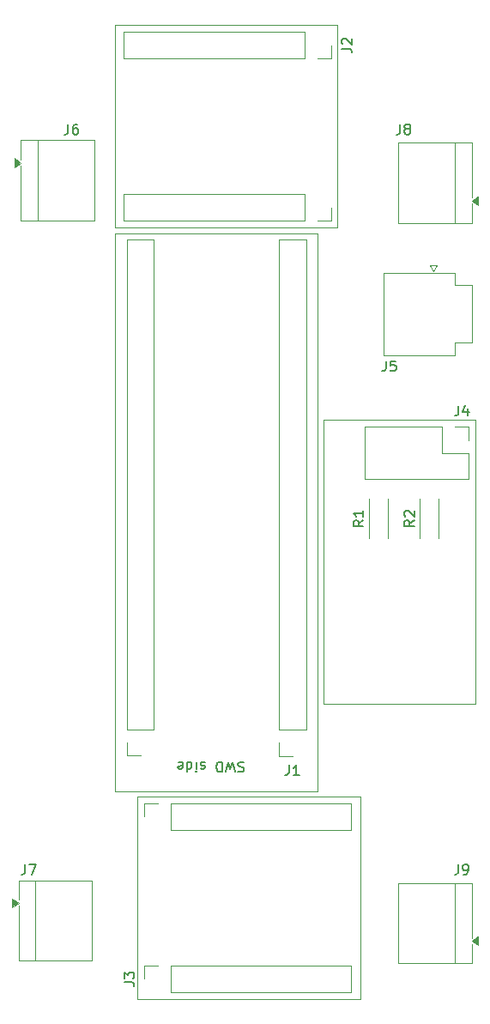
<source format=gbr>
%TF.GenerationSoftware,KiCad,Pcbnew,9.0.3*%
%TF.CreationDate,2025-07-28T15:14:52+05:30*%
%TF.ProjectId,RC_CAR_TEST_PCB,52435f43-4152-45f5-9445-53545f504342,rev?*%
%TF.SameCoordinates,Original*%
%TF.FileFunction,Legend,Top*%
%TF.FilePolarity,Positive*%
%FSLAX46Y46*%
G04 Gerber Fmt 4.6, Leading zero omitted, Abs format (unit mm)*
G04 Created by KiCad (PCBNEW 9.0.3) date 2025-07-28 15:14:52*
%MOMM*%
%LPD*%
G01*
G04 APERTURE LIST*
%ADD10C,0.160000*%
%ADD11C,0.120000*%
%ADD12C,0.100000*%
G04 APERTURE END LIST*
D10*
X107666666Y-69954299D02*
X107666666Y-70668584D01*
X107666666Y-70668584D02*
X107619047Y-70811441D01*
X107619047Y-70811441D02*
X107523809Y-70906680D01*
X107523809Y-70906680D02*
X107380952Y-70954299D01*
X107380952Y-70954299D02*
X107285714Y-70954299D01*
X108571428Y-69954299D02*
X108380952Y-69954299D01*
X108380952Y-69954299D02*
X108285714Y-70001918D01*
X108285714Y-70001918D02*
X108238095Y-70049537D01*
X108238095Y-70049537D02*
X108142857Y-70192394D01*
X108142857Y-70192394D02*
X108095238Y-70382870D01*
X108095238Y-70382870D02*
X108095238Y-70763822D01*
X108095238Y-70763822D02*
X108142857Y-70859060D01*
X108142857Y-70859060D02*
X108190476Y-70906680D01*
X108190476Y-70906680D02*
X108285714Y-70954299D01*
X108285714Y-70954299D02*
X108476190Y-70954299D01*
X108476190Y-70954299D02*
X108571428Y-70906680D01*
X108571428Y-70906680D02*
X108619047Y-70859060D01*
X108619047Y-70859060D02*
X108666666Y-70763822D01*
X108666666Y-70763822D02*
X108666666Y-70525727D01*
X108666666Y-70525727D02*
X108619047Y-70430489D01*
X108619047Y-70430489D02*
X108571428Y-70382870D01*
X108571428Y-70382870D02*
X108476190Y-70335251D01*
X108476190Y-70335251D02*
X108285714Y-70335251D01*
X108285714Y-70335251D02*
X108190476Y-70382870D01*
X108190476Y-70382870D02*
X108142857Y-70430489D01*
X108142857Y-70430489D02*
X108095238Y-70525727D01*
X113184299Y-154583333D02*
X113898584Y-154583333D01*
X113898584Y-154583333D02*
X114041441Y-154630952D01*
X114041441Y-154630952D02*
X114136680Y-154726190D01*
X114136680Y-154726190D02*
X114184299Y-154869047D01*
X114184299Y-154869047D02*
X114184299Y-154964285D01*
X113184299Y-154202380D02*
X113184299Y-153583333D01*
X113184299Y-153583333D02*
X113565251Y-153916666D01*
X113565251Y-153916666D02*
X113565251Y-153773809D01*
X113565251Y-153773809D02*
X113612870Y-153678571D01*
X113612870Y-153678571D02*
X113660489Y-153630952D01*
X113660489Y-153630952D02*
X113755727Y-153583333D01*
X113755727Y-153583333D02*
X113993822Y-153583333D01*
X113993822Y-153583333D02*
X114089060Y-153630952D01*
X114089060Y-153630952D02*
X114136680Y-153678571D01*
X114136680Y-153678571D02*
X114184299Y-153773809D01*
X114184299Y-153773809D02*
X114184299Y-154059523D01*
X114184299Y-154059523D02*
X114136680Y-154154761D01*
X114136680Y-154154761D02*
X114089060Y-154202380D01*
X136784299Y-109016666D02*
X136308108Y-109349999D01*
X136784299Y-109588094D02*
X135784299Y-109588094D01*
X135784299Y-109588094D02*
X135784299Y-109207142D01*
X135784299Y-109207142D02*
X135831918Y-109111904D01*
X135831918Y-109111904D02*
X135879537Y-109064285D01*
X135879537Y-109064285D02*
X135974775Y-109016666D01*
X135974775Y-109016666D02*
X136117632Y-109016666D01*
X136117632Y-109016666D02*
X136212870Y-109064285D01*
X136212870Y-109064285D02*
X136260489Y-109111904D01*
X136260489Y-109111904D02*
X136308108Y-109207142D01*
X136308108Y-109207142D02*
X136308108Y-109588094D01*
X136784299Y-108064285D02*
X136784299Y-108635713D01*
X136784299Y-108349999D02*
X135784299Y-108349999D01*
X135784299Y-108349999D02*
X135927156Y-108445237D01*
X135927156Y-108445237D02*
X136022394Y-108540475D01*
X136022394Y-108540475D02*
X136070013Y-108635713D01*
X134654299Y-62483333D02*
X135368584Y-62483333D01*
X135368584Y-62483333D02*
X135511441Y-62530952D01*
X135511441Y-62530952D02*
X135606680Y-62626190D01*
X135606680Y-62626190D02*
X135654299Y-62769047D01*
X135654299Y-62769047D02*
X135654299Y-62864285D01*
X134749537Y-62054761D02*
X134701918Y-62007142D01*
X134701918Y-62007142D02*
X134654299Y-61911904D01*
X134654299Y-61911904D02*
X134654299Y-61673809D01*
X134654299Y-61673809D02*
X134701918Y-61578571D01*
X134701918Y-61578571D02*
X134749537Y-61530952D01*
X134749537Y-61530952D02*
X134844775Y-61483333D01*
X134844775Y-61483333D02*
X134940013Y-61483333D01*
X134940013Y-61483333D02*
X135082870Y-61530952D01*
X135082870Y-61530952D02*
X135654299Y-62102380D01*
X135654299Y-62102380D02*
X135654299Y-61483333D01*
X129466666Y-133154299D02*
X129466666Y-133868584D01*
X129466666Y-133868584D02*
X129419047Y-134011441D01*
X129419047Y-134011441D02*
X129323809Y-134106680D01*
X129323809Y-134106680D02*
X129180952Y-134154299D01*
X129180952Y-134154299D02*
X129085714Y-134154299D01*
X130466666Y-134154299D02*
X129895238Y-134154299D01*
X130180952Y-134154299D02*
X130180952Y-133154299D01*
X130180952Y-133154299D02*
X130085714Y-133297156D01*
X130085714Y-133297156D02*
X129990476Y-133392394D01*
X129990476Y-133392394D02*
X129895238Y-133440013D01*
X125004260Y-132898320D02*
X124861403Y-132850700D01*
X124861403Y-132850700D02*
X124623308Y-132850700D01*
X124623308Y-132850700D02*
X124528070Y-132898320D01*
X124528070Y-132898320D02*
X124480451Y-132945939D01*
X124480451Y-132945939D02*
X124432832Y-133041177D01*
X124432832Y-133041177D02*
X124432832Y-133136415D01*
X124432832Y-133136415D02*
X124480451Y-133231653D01*
X124480451Y-133231653D02*
X124528070Y-133279272D01*
X124528070Y-133279272D02*
X124623308Y-133326891D01*
X124623308Y-133326891D02*
X124813784Y-133374510D01*
X124813784Y-133374510D02*
X124909022Y-133422129D01*
X124909022Y-133422129D02*
X124956641Y-133469748D01*
X124956641Y-133469748D02*
X125004260Y-133564986D01*
X125004260Y-133564986D02*
X125004260Y-133660224D01*
X125004260Y-133660224D02*
X124956641Y-133755462D01*
X124956641Y-133755462D02*
X124909022Y-133803081D01*
X124909022Y-133803081D02*
X124813784Y-133850700D01*
X124813784Y-133850700D02*
X124575689Y-133850700D01*
X124575689Y-133850700D02*
X124432832Y-133803081D01*
X124099498Y-133850700D02*
X123861403Y-132850700D01*
X123861403Y-132850700D02*
X123670927Y-133564986D01*
X123670927Y-133564986D02*
X123480451Y-132850700D01*
X123480451Y-132850700D02*
X123242356Y-133850700D01*
X122861403Y-132850700D02*
X122861403Y-133850700D01*
X122861403Y-133850700D02*
X122623308Y-133850700D01*
X122623308Y-133850700D02*
X122480451Y-133803081D01*
X122480451Y-133803081D02*
X122385213Y-133707843D01*
X122385213Y-133707843D02*
X122337594Y-133612605D01*
X122337594Y-133612605D02*
X122289975Y-133422129D01*
X122289975Y-133422129D02*
X122289975Y-133279272D01*
X122289975Y-133279272D02*
X122337594Y-133088796D01*
X122337594Y-133088796D02*
X122385213Y-132993558D01*
X122385213Y-132993558D02*
X122480451Y-132898320D01*
X122480451Y-132898320D02*
X122623308Y-132850700D01*
X122623308Y-132850700D02*
X122861403Y-132850700D01*
X121147117Y-132898320D02*
X121051879Y-132850700D01*
X121051879Y-132850700D02*
X120861403Y-132850700D01*
X120861403Y-132850700D02*
X120766165Y-132898320D01*
X120766165Y-132898320D02*
X120718546Y-132993558D01*
X120718546Y-132993558D02*
X120718546Y-133041177D01*
X120718546Y-133041177D02*
X120766165Y-133136415D01*
X120766165Y-133136415D02*
X120861403Y-133184034D01*
X120861403Y-133184034D02*
X121004260Y-133184034D01*
X121004260Y-133184034D02*
X121099498Y-133231653D01*
X121099498Y-133231653D02*
X121147117Y-133326891D01*
X121147117Y-133326891D02*
X121147117Y-133374510D01*
X121147117Y-133374510D02*
X121099498Y-133469748D01*
X121099498Y-133469748D02*
X121004260Y-133517367D01*
X121004260Y-133517367D02*
X120861403Y-133517367D01*
X120861403Y-133517367D02*
X120766165Y-133469748D01*
X120289974Y-132850700D02*
X120289974Y-133517367D01*
X120289974Y-133850700D02*
X120337593Y-133803081D01*
X120337593Y-133803081D02*
X120289974Y-133755462D01*
X120289974Y-133755462D02*
X120242355Y-133803081D01*
X120242355Y-133803081D02*
X120289974Y-133850700D01*
X120289974Y-133850700D02*
X120289974Y-133755462D01*
X119385213Y-132850700D02*
X119385213Y-133850700D01*
X119385213Y-132898320D02*
X119480451Y-132850700D01*
X119480451Y-132850700D02*
X119670927Y-132850700D01*
X119670927Y-132850700D02*
X119766165Y-132898320D01*
X119766165Y-132898320D02*
X119813784Y-132945939D01*
X119813784Y-132945939D02*
X119861403Y-133041177D01*
X119861403Y-133041177D02*
X119861403Y-133326891D01*
X119861403Y-133326891D02*
X119813784Y-133422129D01*
X119813784Y-133422129D02*
X119766165Y-133469748D01*
X119766165Y-133469748D02*
X119670927Y-133517367D01*
X119670927Y-133517367D02*
X119480451Y-133517367D01*
X119480451Y-133517367D02*
X119385213Y-133469748D01*
X118528070Y-132898320D02*
X118623308Y-132850700D01*
X118623308Y-132850700D02*
X118813784Y-132850700D01*
X118813784Y-132850700D02*
X118909022Y-132898320D01*
X118909022Y-132898320D02*
X118956641Y-132993558D01*
X118956641Y-132993558D02*
X118956641Y-133374510D01*
X118956641Y-133374510D02*
X118909022Y-133469748D01*
X118909022Y-133469748D02*
X118813784Y-133517367D01*
X118813784Y-133517367D02*
X118623308Y-133517367D01*
X118623308Y-133517367D02*
X118528070Y-133469748D01*
X118528070Y-133469748D02*
X118480451Y-133374510D01*
X118480451Y-133374510D02*
X118480451Y-133279272D01*
X118480451Y-133279272D02*
X118956641Y-133184034D01*
X141834299Y-109016666D02*
X141358108Y-109349999D01*
X141834299Y-109588094D02*
X140834299Y-109588094D01*
X140834299Y-109588094D02*
X140834299Y-109207142D01*
X140834299Y-109207142D02*
X140881918Y-109111904D01*
X140881918Y-109111904D02*
X140929537Y-109064285D01*
X140929537Y-109064285D02*
X141024775Y-109016666D01*
X141024775Y-109016666D02*
X141167632Y-109016666D01*
X141167632Y-109016666D02*
X141262870Y-109064285D01*
X141262870Y-109064285D02*
X141310489Y-109111904D01*
X141310489Y-109111904D02*
X141358108Y-109207142D01*
X141358108Y-109207142D02*
X141358108Y-109588094D01*
X140929537Y-108635713D02*
X140881918Y-108588094D01*
X140881918Y-108588094D02*
X140834299Y-108492856D01*
X140834299Y-108492856D02*
X140834299Y-108254761D01*
X140834299Y-108254761D02*
X140881918Y-108159523D01*
X140881918Y-108159523D02*
X140929537Y-108111904D01*
X140929537Y-108111904D02*
X141024775Y-108064285D01*
X141024775Y-108064285D02*
X141120013Y-108064285D01*
X141120013Y-108064285D02*
X141262870Y-108111904D01*
X141262870Y-108111904D02*
X141834299Y-108683332D01*
X141834299Y-108683332D02*
X141834299Y-108064285D01*
X139016666Y-93304299D02*
X139016666Y-94018584D01*
X139016666Y-94018584D02*
X138969047Y-94161441D01*
X138969047Y-94161441D02*
X138873809Y-94256680D01*
X138873809Y-94256680D02*
X138730952Y-94304299D01*
X138730952Y-94304299D02*
X138635714Y-94304299D01*
X139969047Y-93304299D02*
X139492857Y-93304299D01*
X139492857Y-93304299D02*
X139445238Y-93780489D01*
X139445238Y-93780489D02*
X139492857Y-93732870D01*
X139492857Y-93732870D02*
X139588095Y-93685251D01*
X139588095Y-93685251D02*
X139826190Y-93685251D01*
X139826190Y-93685251D02*
X139921428Y-93732870D01*
X139921428Y-93732870D02*
X139969047Y-93780489D01*
X139969047Y-93780489D02*
X140016666Y-93875727D01*
X140016666Y-93875727D02*
X140016666Y-94113822D01*
X140016666Y-94113822D02*
X139969047Y-94209060D01*
X139969047Y-94209060D02*
X139921428Y-94256680D01*
X139921428Y-94256680D02*
X139826190Y-94304299D01*
X139826190Y-94304299D02*
X139588095Y-94304299D01*
X139588095Y-94304299D02*
X139492857Y-94256680D01*
X139492857Y-94256680D02*
X139445238Y-94209060D01*
X146166666Y-142954299D02*
X146166666Y-143668584D01*
X146166666Y-143668584D02*
X146119047Y-143811441D01*
X146119047Y-143811441D02*
X146023809Y-143906680D01*
X146023809Y-143906680D02*
X145880952Y-143954299D01*
X145880952Y-143954299D02*
X145785714Y-143954299D01*
X146690476Y-143954299D02*
X146880952Y-143954299D01*
X146880952Y-143954299D02*
X146976190Y-143906680D01*
X146976190Y-143906680D02*
X147023809Y-143859060D01*
X147023809Y-143859060D02*
X147119047Y-143716203D01*
X147119047Y-143716203D02*
X147166666Y-143525727D01*
X147166666Y-143525727D02*
X147166666Y-143144775D01*
X147166666Y-143144775D02*
X147119047Y-143049537D01*
X147119047Y-143049537D02*
X147071428Y-143001918D01*
X147071428Y-143001918D02*
X146976190Y-142954299D01*
X146976190Y-142954299D02*
X146785714Y-142954299D01*
X146785714Y-142954299D02*
X146690476Y-143001918D01*
X146690476Y-143001918D02*
X146642857Y-143049537D01*
X146642857Y-143049537D02*
X146595238Y-143144775D01*
X146595238Y-143144775D02*
X146595238Y-143382870D01*
X146595238Y-143382870D02*
X146642857Y-143478108D01*
X146642857Y-143478108D02*
X146690476Y-143525727D01*
X146690476Y-143525727D02*
X146785714Y-143573346D01*
X146785714Y-143573346D02*
X146976190Y-143573346D01*
X146976190Y-143573346D02*
X147071428Y-143525727D01*
X147071428Y-143525727D02*
X147119047Y-143478108D01*
X147119047Y-143478108D02*
X147166666Y-143382870D01*
X103416666Y-142954299D02*
X103416666Y-143668584D01*
X103416666Y-143668584D02*
X103369047Y-143811441D01*
X103369047Y-143811441D02*
X103273809Y-143906680D01*
X103273809Y-143906680D02*
X103130952Y-143954299D01*
X103130952Y-143954299D02*
X103035714Y-143954299D01*
X103797619Y-142954299D02*
X104464285Y-142954299D01*
X104464285Y-142954299D02*
X104035714Y-143954299D01*
X140416666Y-69954299D02*
X140416666Y-70668584D01*
X140416666Y-70668584D02*
X140369047Y-70811441D01*
X140369047Y-70811441D02*
X140273809Y-70906680D01*
X140273809Y-70906680D02*
X140130952Y-70954299D01*
X140130952Y-70954299D02*
X140035714Y-70954299D01*
X141035714Y-70382870D02*
X140940476Y-70335251D01*
X140940476Y-70335251D02*
X140892857Y-70287632D01*
X140892857Y-70287632D02*
X140845238Y-70192394D01*
X140845238Y-70192394D02*
X140845238Y-70144775D01*
X140845238Y-70144775D02*
X140892857Y-70049537D01*
X140892857Y-70049537D02*
X140940476Y-70001918D01*
X140940476Y-70001918D02*
X141035714Y-69954299D01*
X141035714Y-69954299D02*
X141226190Y-69954299D01*
X141226190Y-69954299D02*
X141321428Y-70001918D01*
X141321428Y-70001918D02*
X141369047Y-70049537D01*
X141369047Y-70049537D02*
X141416666Y-70144775D01*
X141416666Y-70144775D02*
X141416666Y-70192394D01*
X141416666Y-70192394D02*
X141369047Y-70287632D01*
X141369047Y-70287632D02*
X141321428Y-70335251D01*
X141321428Y-70335251D02*
X141226190Y-70382870D01*
X141226190Y-70382870D02*
X141035714Y-70382870D01*
X141035714Y-70382870D02*
X140940476Y-70430489D01*
X140940476Y-70430489D02*
X140892857Y-70478108D01*
X140892857Y-70478108D02*
X140845238Y-70573346D01*
X140845238Y-70573346D02*
X140845238Y-70763822D01*
X140845238Y-70763822D02*
X140892857Y-70859060D01*
X140892857Y-70859060D02*
X140940476Y-70906680D01*
X140940476Y-70906680D02*
X141035714Y-70954299D01*
X141035714Y-70954299D02*
X141226190Y-70954299D01*
X141226190Y-70954299D02*
X141321428Y-70906680D01*
X141321428Y-70906680D02*
X141369047Y-70859060D01*
X141369047Y-70859060D02*
X141416666Y-70763822D01*
X141416666Y-70763822D02*
X141416666Y-70573346D01*
X141416666Y-70573346D02*
X141369047Y-70478108D01*
X141369047Y-70478108D02*
X141321428Y-70430489D01*
X141321428Y-70430489D02*
X141226190Y-70382870D01*
X146166666Y-97704299D02*
X146166666Y-98418584D01*
X146166666Y-98418584D02*
X146119047Y-98561441D01*
X146119047Y-98561441D02*
X146023809Y-98656680D01*
X146023809Y-98656680D02*
X145880952Y-98704299D01*
X145880952Y-98704299D02*
X145785714Y-98704299D01*
X147071428Y-98037632D02*
X147071428Y-98704299D01*
X146833333Y-97656680D02*
X146595238Y-98370965D01*
X146595238Y-98370965D02*
X147214285Y-98370965D01*
D11*
%TO.C,J6*%
X103012500Y-71530000D02*
X110252500Y-71530000D01*
X103012500Y-73450000D02*
X103012500Y-71530000D01*
X103012500Y-79470000D02*
X103012500Y-74050000D01*
X104632500Y-71530000D02*
X104632500Y-79470000D01*
X110252500Y-71530000D02*
X110252500Y-79470000D01*
X110252500Y-79470000D02*
X103012500Y-79470000D01*
X103012500Y-73750000D02*
X102402500Y-74190000D01*
X102402500Y-73310000D01*
X103012500Y-73750000D01*
G36*
X103012500Y-73750000D02*
G01*
X102402500Y-74190000D01*
X102402500Y-73310000D01*
X103012500Y-73750000D01*
G37*
%TO.C,J3*%
X115170000Y-136920000D02*
X116500000Y-136920000D01*
X115170000Y-138250000D02*
X115170000Y-136920000D01*
X115170000Y-152920000D02*
X116500000Y-152920000D01*
X115170000Y-154250000D02*
X115170000Y-152920000D01*
X117770000Y-136920000D02*
X135610000Y-136920000D01*
X117770000Y-139580000D02*
X117770000Y-136920000D01*
X117770000Y-139580000D02*
X135610000Y-139580000D01*
X117770000Y-152920000D02*
X135610000Y-152920000D01*
X117770000Y-155580000D02*
X117770000Y-152920000D01*
X117770000Y-155580000D02*
X135610000Y-155580000D01*
X135610000Y-139580000D02*
X135610000Y-136920000D01*
X135610000Y-155580000D02*
X135610000Y-152920000D01*
D12*
X114500000Y-156250000D02*
X136500000Y-156250000D01*
X136500000Y-136250000D01*
X114500000Y-136250000D01*
X114500000Y-156250000D01*
D11*
%TO.C,R1*%
X137330000Y-110770000D02*
X137330000Y-106930000D01*
X139170000Y-110770000D02*
X139170000Y-106930000D01*
%TO.C,J2*%
X113140000Y-60820000D02*
X113140000Y-63480000D01*
X113140000Y-76820000D02*
X113140000Y-79480000D01*
X130980000Y-60820000D02*
X113140000Y-60820000D01*
X130980000Y-60820000D02*
X130980000Y-63480000D01*
X130980000Y-63480000D02*
X113140000Y-63480000D01*
X130980000Y-76820000D02*
X113140000Y-76820000D01*
X130980000Y-76820000D02*
X130980000Y-79480000D01*
X130980000Y-79480000D02*
X113140000Y-79480000D01*
X133580000Y-62150000D02*
X133580000Y-63480000D01*
X133580000Y-63480000D02*
X132250000Y-63480000D01*
X133580000Y-78150000D02*
X133580000Y-79480000D01*
X133580000Y-79480000D02*
X132250000Y-79480000D01*
D12*
X134250000Y-60150000D02*
X112250000Y-60150000D01*
X112250000Y-80150000D01*
X134250000Y-80150000D01*
X134250000Y-60150000D01*
D11*
%TO.C,J1*%
X113470000Y-129630000D02*
X113470000Y-81310000D01*
X113470000Y-132230000D02*
X113470000Y-130900000D01*
X114800000Y-132230000D02*
X113470000Y-132230000D01*
X116130000Y-81310000D02*
X113470000Y-81310000D01*
X116130000Y-129630000D02*
X113470000Y-129630000D01*
X116130000Y-129630000D02*
X116130000Y-81310000D01*
X128470000Y-129660000D02*
X128470000Y-81340000D01*
X128470000Y-132260000D02*
X128470000Y-130930000D01*
X129800000Y-132260000D02*
X128470000Y-132260000D01*
X131130000Y-81340000D02*
X128470000Y-81340000D01*
X131130000Y-129660000D02*
X128470000Y-129660000D01*
X131130000Y-129660000D02*
X131130000Y-81340000D01*
D12*
X132300000Y-135720000D02*
X112300000Y-135720000D01*
X112300000Y-80720000D01*
X132300000Y-80720000D01*
X132300000Y-135720000D01*
D11*
%TO.C,R2*%
X142380000Y-110770000D02*
X142380000Y-106930000D01*
X144220000Y-110770000D02*
X144220000Y-106930000D01*
%TO.C,J5*%
X138790000Y-84632500D02*
X145810000Y-84632500D01*
X138790000Y-92712500D02*
X138790000Y-84632500D01*
X143400000Y-83832500D02*
X144000000Y-83832500D01*
X143700000Y-84432500D02*
X143400000Y-83832500D01*
X144000000Y-83832500D02*
X143700000Y-84432500D01*
X145810000Y-84632500D02*
X145810000Y-85832500D01*
X145810000Y-85832500D02*
X147510000Y-85832500D01*
X145810000Y-91512500D02*
X145810000Y-92712500D01*
X145810000Y-92712500D02*
X138790000Y-92712500D01*
X147510000Y-85832500D02*
X147510000Y-91512500D01*
X147510000Y-91512500D02*
X145810000Y-91512500D01*
%TO.C,J9*%
X140230000Y-144780000D02*
X147470000Y-144780000D01*
X140230000Y-152720000D02*
X140230000Y-144780000D01*
X145850000Y-152720000D02*
X145850000Y-144780000D01*
X147470000Y-144780000D02*
X147470000Y-150200000D01*
X147470000Y-150800000D02*
X147470000Y-152720000D01*
X147470000Y-152720000D02*
X140230000Y-152720000D01*
X148080000Y-150940000D02*
X147470000Y-150500000D01*
X148080000Y-150060000D01*
X148080000Y-150940000D01*
G36*
X148080000Y-150940000D02*
G01*
X147470000Y-150500000D01*
X148080000Y-150060000D01*
X148080000Y-150940000D01*
G37*
%TO.C,J7*%
X102762500Y-144530000D02*
X110002500Y-144530000D01*
X102762500Y-146450000D02*
X102762500Y-144530000D01*
X102762500Y-152470000D02*
X102762500Y-147050000D01*
X104382500Y-144530000D02*
X104382500Y-152470000D01*
X110002500Y-144530000D02*
X110002500Y-152470000D01*
X110002500Y-152470000D02*
X102762500Y-152470000D01*
X102762500Y-146750000D02*
X102152500Y-147190000D01*
X102152500Y-146310000D01*
X102762500Y-146750000D01*
G36*
X102762500Y-146750000D02*
G01*
X102152500Y-147190000D01*
X102152500Y-146310000D01*
X102762500Y-146750000D01*
G37*
%TO.C,J8*%
X140230000Y-71780000D02*
X147470000Y-71780000D01*
X140230000Y-79720000D02*
X140230000Y-71780000D01*
X145850000Y-79720000D02*
X145850000Y-71780000D01*
X147470000Y-71780000D02*
X147470000Y-77200000D01*
X147470000Y-77800000D02*
X147470000Y-79720000D01*
X147470000Y-79720000D02*
X140230000Y-79720000D01*
X148080000Y-77940000D02*
X147470000Y-77500000D01*
X148080000Y-77060000D01*
X148080000Y-77940000D01*
G36*
X148080000Y-77940000D02*
G01*
X147470000Y-77500000D01*
X148080000Y-77060000D01*
X148080000Y-77940000D01*
G37*
%TO.C,J4*%
X136900000Y-104970000D02*
X136900000Y-99770000D01*
X144580000Y-99770000D02*
X136900000Y-99770000D01*
X144580000Y-102370000D02*
X144580000Y-99770000D01*
X147180000Y-99770000D02*
X145850000Y-99770000D01*
X147180000Y-101100000D02*
X147180000Y-99770000D01*
X147180000Y-102370000D02*
X144580000Y-102370000D01*
X147180000Y-104970000D02*
X136900000Y-104970000D01*
X147180000Y-104970000D02*
X147180000Y-102370000D01*
D12*
X147850000Y-99100000D02*
X132850000Y-99100000D01*
X132850000Y-127100000D01*
X147850000Y-127100000D01*
X147850000Y-99100000D01*
%TD*%
M02*

</source>
